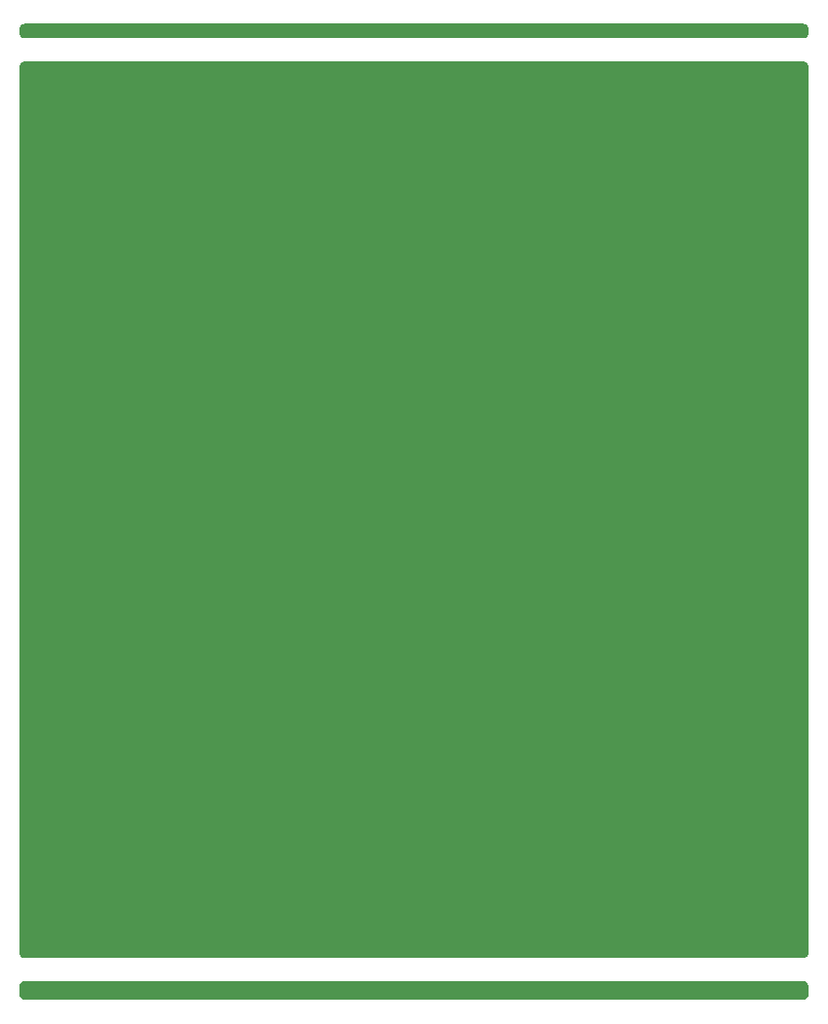
<source format=gbr>
G04 EAGLE Gerber RS-274X export*
G75*
%MOMM*%
%FSLAX34Y34*%
%LPD*%
%INTop Copper*%
%IPPOS*%
%AMOC8*
5,1,8,0,0,1.08239X$1,22.5*%
G01*

G36*
X1072133Y192267D02*
X1072133Y192267D01*
X1072386Y192281D01*
X1072414Y192287D01*
X1072444Y192289D01*
X1072692Y192342D01*
X1072940Y192392D01*
X1072968Y192402D01*
X1072996Y192408D01*
X1073233Y192495D01*
X1073473Y192580D01*
X1073499Y192593D01*
X1073527Y192604D01*
X1073749Y192723D01*
X1073974Y192841D01*
X1073998Y192858D01*
X1074024Y192872D01*
X1074227Y193022D01*
X1074434Y193170D01*
X1074455Y193191D01*
X1074479Y193208D01*
X1074659Y193386D01*
X1074842Y193561D01*
X1074860Y193584D01*
X1074881Y193605D01*
X1075035Y193807D01*
X1075191Y194006D01*
X1075206Y194031D01*
X1075224Y194054D01*
X1075348Y194275D01*
X1075475Y194495D01*
X1075486Y194522D01*
X1075500Y194548D01*
X1075591Y194784D01*
X1075686Y195019D01*
X1075693Y195048D01*
X1075703Y195075D01*
X1075760Y195322D01*
X1075821Y195568D01*
X1075823Y195594D01*
X1075831Y195626D01*
X1075879Y196189D01*
X1075877Y196222D01*
X1075879Y196248D01*
X1075879Y967918D01*
X1075861Y968171D01*
X1075847Y968424D01*
X1075841Y968452D01*
X1075839Y968482D01*
X1075786Y968730D01*
X1075736Y968978D01*
X1075726Y969006D01*
X1075720Y969034D01*
X1075633Y969271D01*
X1075548Y969511D01*
X1075535Y969537D01*
X1075524Y969565D01*
X1075405Y969787D01*
X1075287Y970012D01*
X1075270Y970036D01*
X1075256Y970062D01*
X1075106Y970265D01*
X1074958Y970472D01*
X1074937Y970493D01*
X1074920Y970517D01*
X1074742Y970697D01*
X1074567Y970880D01*
X1074544Y970898D01*
X1074523Y970919D01*
X1074321Y971073D01*
X1074122Y971229D01*
X1074097Y971244D01*
X1074074Y971262D01*
X1073853Y971386D01*
X1073633Y971513D01*
X1073606Y971524D01*
X1073580Y971538D01*
X1073344Y971629D01*
X1073109Y971724D01*
X1073080Y971731D01*
X1073053Y971741D01*
X1072806Y971798D01*
X1072560Y971859D01*
X1072534Y971861D01*
X1072502Y971869D01*
X1071939Y971917D01*
X1071906Y971915D01*
X1071880Y971917D01*
X393700Y971917D01*
X393447Y971899D01*
X393194Y971885D01*
X393166Y971879D01*
X393136Y971877D01*
X392888Y971824D01*
X392640Y971774D01*
X392612Y971764D01*
X392584Y971758D01*
X392347Y971671D01*
X392107Y971586D01*
X392081Y971573D01*
X392053Y971562D01*
X391831Y971443D01*
X391606Y971325D01*
X391582Y971308D01*
X391556Y971294D01*
X391353Y971144D01*
X391146Y970996D01*
X391125Y970975D01*
X391101Y970958D01*
X390921Y970780D01*
X390738Y970605D01*
X390720Y970582D01*
X390699Y970561D01*
X390545Y970359D01*
X390389Y970160D01*
X390374Y970135D01*
X390356Y970112D01*
X390232Y969891D01*
X390105Y969671D01*
X390094Y969644D01*
X390080Y969618D01*
X389989Y969382D01*
X389894Y969147D01*
X389887Y969118D01*
X389877Y969091D01*
X389820Y968844D01*
X389759Y968598D01*
X389757Y968572D01*
X389749Y968540D01*
X389701Y967977D01*
X389703Y967947D01*
X389701Y967927D01*
X389701Y967925D01*
X389701Y967918D01*
X389701Y196248D01*
X389719Y195995D01*
X389733Y195742D01*
X389739Y195714D01*
X389741Y195684D01*
X389794Y195436D01*
X389844Y195188D01*
X389854Y195160D01*
X389860Y195132D01*
X389947Y194895D01*
X390032Y194655D01*
X390045Y194629D01*
X390056Y194601D01*
X390175Y194379D01*
X390293Y194154D01*
X390310Y194130D01*
X390324Y194104D01*
X390474Y193901D01*
X390622Y193694D01*
X390643Y193673D01*
X390660Y193649D01*
X390838Y193469D01*
X391013Y193286D01*
X391036Y193268D01*
X391057Y193247D01*
X391259Y193093D01*
X391458Y192937D01*
X391483Y192922D01*
X391506Y192904D01*
X391727Y192780D01*
X391947Y192653D01*
X391974Y192642D01*
X392000Y192628D01*
X392236Y192537D01*
X392471Y192442D01*
X392500Y192435D01*
X392527Y192425D01*
X392774Y192368D01*
X393020Y192307D01*
X393046Y192305D01*
X393078Y192297D01*
X393641Y192249D01*
X393674Y192251D01*
X393700Y192249D01*
X1071880Y192249D01*
X1072133Y192267D01*
G37*
G36*
X1072133Y156039D02*
X1072133Y156039D01*
X1072386Y156053D01*
X1072414Y156059D01*
X1072444Y156061D01*
X1072692Y156114D01*
X1072940Y156164D01*
X1072968Y156174D01*
X1072996Y156180D01*
X1073233Y156267D01*
X1073473Y156352D01*
X1073499Y156365D01*
X1073527Y156376D01*
X1073749Y156495D01*
X1073974Y156613D01*
X1073998Y156630D01*
X1074024Y156644D01*
X1074227Y156794D01*
X1074434Y156942D01*
X1074455Y156963D01*
X1074479Y156980D01*
X1074659Y157158D01*
X1074842Y157333D01*
X1074860Y157356D01*
X1074881Y157377D01*
X1075035Y157579D01*
X1075191Y157778D01*
X1075206Y157803D01*
X1075224Y157826D01*
X1075348Y158047D01*
X1075475Y158267D01*
X1075486Y158294D01*
X1075500Y158320D01*
X1075591Y158556D01*
X1075686Y158791D01*
X1075693Y158820D01*
X1075703Y158847D01*
X1075760Y159094D01*
X1075821Y159340D01*
X1075823Y159366D01*
X1075831Y159398D01*
X1075879Y159961D01*
X1075877Y159994D01*
X1075879Y160020D01*
X1075879Y167918D01*
X1075861Y168171D01*
X1075847Y168424D01*
X1075841Y168452D01*
X1075839Y168482D01*
X1075786Y168730D01*
X1075736Y168978D01*
X1075726Y169006D01*
X1075720Y169034D01*
X1075633Y169271D01*
X1075548Y169511D01*
X1075535Y169537D01*
X1075524Y169565D01*
X1075405Y169787D01*
X1075287Y170012D01*
X1075270Y170036D01*
X1075256Y170062D01*
X1075106Y170265D01*
X1074958Y170472D01*
X1074937Y170493D01*
X1074920Y170517D01*
X1074742Y170697D01*
X1074567Y170880D01*
X1074544Y170898D01*
X1074523Y170919D01*
X1074321Y171073D01*
X1074122Y171229D01*
X1074097Y171244D01*
X1074074Y171262D01*
X1073853Y171386D01*
X1073633Y171513D01*
X1073606Y171524D01*
X1073580Y171538D01*
X1073344Y171629D01*
X1073109Y171724D01*
X1073080Y171731D01*
X1073053Y171741D01*
X1072806Y171798D01*
X1072560Y171859D01*
X1072534Y171861D01*
X1072502Y171869D01*
X1071939Y171917D01*
X1071906Y171915D01*
X1071880Y171917D01*
X393700Y171917D01*
X393447Y171899D01*
X393194Y171885D01*
X393166Y171879D01*
X393136Y171877D01*
X392888Y171824D01*
X392640Y171774D01*
X392612Y171764D01*
X392584Y171758D01*
X392347Y171671D01*
X392107Y171586D01*
X392081Y171573D01*
X392053Y171562D01*
X391831Y171443D01*
X391606Y171325D01*
X391582Y171308D01*
X391556Y171294D01*
X391353Y171144D01*
X391146Y170996D01*
X391125Y170975D01*
X391101Y170958D01*
X390921Y170780D01*
X390738Y170605D01*
X390720Y170582D01*
X390699Y170561D01*
X390545Y170359D01*
X390389Y170160D01*
X390374Y170135D01*
X390356Y170112D01*
X390232Y169891D01*
X390105Y169671D01*
X390094Y169644D01*
X390080Y169618D01*
X389989Y169382D01*
X389894Y169147D01*
X389887Y169118D01*
X389877Y169091D01*
X389820Y168844D01*
X389759Y168598D01*
X389757Y168572D01*
X389749Y168540D01*
X389701Y167977D01*
X389703Y167944D01*
X389701Y167918D01*
X389701Y160020D01*
X389719Y159767D01*
X389733Y159514D01*
X389739Y159486D01*
X389741Y159456D01*
X389794Y159208D01*
X389844Y158960D01*
X389854Y158932D01*
X389860Y158904D01*
X389947Y158667D01*
X390032Y158427D01*
X390045Y158401D01*
X390056Y158373D01*
X390175Y158151D01*
X390293Y157926D01*
X390310Y157902D01*
X390324Y157876D01*
X390474Y157673D01*
X390622Y157466D01*
X390643Y157445D01*
X390660Y157421D01*
X390838Y157241D01*
X391013Y157058D01*
X391036Y157040D01*
X391057Y157019D01*
X391259Y156865D01*
X391458Y156709D01*
X391483Y156694D01*
X391506Y156676D01*
X391727Y156552D01*
X391947Y156425D01*
X391974Y156414D01*
X392000Y156400D01*
X392236Y156309D01*
X392471Y156214D01*
X392500Y156207D01*
X392527Y156197D01*
X392774Y156140D01*
X393020Y156079D01*
X393046Y156077D01*
X393078Y156069D01*
X393641Y156021D01*
X393674Y156023D01*
X393700Y156021D01*
X1071880Y156021D01*
X1072133Y156039D01*
G37*
G36*
X1072133Y992267D02*
X1072133Y992267D01*
X1072386Y992281D01*
X1072414Y992287D01*
X1072444Y992289D01*
X1072692Y992342D01*
X1072940Y992392D01*
X1072968Y992402D01*
X1072996Y992408D01*
X1073233Y992495D01*
X1073473Y992580D01*
X1073499Y992593D01*
X1073527Y992604D01*
X1073749Y992723D01*
X1073974Y992841D01*
X1073998Y992858D01*
X1074024Y992872D01*
X1074227Y993022D01*
X1074434Y993170D01*
X1074455Y993191D01*
X1074479Y993208D01*
X1074659Y993386D01*
X1074842Y993561D01*
X1074860Y993584D01*
X1074881Y993605D01*
X1075035Y993807D01*
X1075191Y994006D01*
X1075206Y994031D01*
X1075224Y994054D01*
X1075348Y994275D01*
X1075475Y994495D01*
X1075486Y994522D01*
X1075500Y994548D01*
X1075591Y994784D01*
X1075686Y995019D01*
X1075693Y995048D01*
X1075703Y995075D01*
X1075760Y995322D01*
X1075821Y995568D01*
X1075823Y995594D01*
X1075831Y995626D01*
X1075879Y996189D01*
X1075877Y996222D01*
X1075879Y996248D01*
X1075879Y1000760D01*
X1075861Y1001013D01*
X1075847Y1001266D01*
X1075841Y1001294D01*
X1075839Y1001324D01*
X1075786Y1001572D01*
X1075736Y1001820D01*
X1075726Y1001848D01*
X1075720Y1001876D01*
X1075633Y1002113D01*
X1075548Y1002353D01*
X1075535Y1002379D01*
X1075524Y1002407D01*
X1075405Y1002629D01*
X1075287Y1002854D01*
X1075270Y1002878D01*
X1075256Y1002904D01*
X1075106Y1003107D01*
X1074958Y1003314D01*
X1074937Y1003335D01*
X1074920Y1003359D01*
X1074742Y1003539D01*
X1074567Y1003722D01*
X1074544Y1003740D01*
X1074523Y1003761D01*
X1074321Y1003915D01*
X1074122Y1004071D01*
X1074097Y1004086D01*
X1074074Y1004104D01*
X1073853Y1004228D01*
X1073633Y1004355D01*
X1073606Y1004366D01*
X1073580Y1004380D01*
X1073344Y1004471D01*
X1073109Y1004566D01*
X1073080Y1004573D01*
X1073053Y1004583D01*
X1072806Y1004640D01*
X1072560Y1004701D01*
X1072534Y1004703D01*
X1072502Y1004711D01*
X1071939Y1004759D01*
X1071906Y1004757D01*
X1071880Y1004759D01*
X393700Y1004759D01*
X393447Y1004741D01*
X393194Y1004727D01*
X393166Y1004721D01*
X393136Y1004719D01*
X392888Y1004666D01*
X392640Y1004616D01*
X392612Y1004606D01*
X392584Y1004600D01*
X392347Y1004513D01*
X392107Y1004428D01*
X392081Y1004415D01*
X392053Y1004404D01*
X391831Y1004285D01*
X391606Y1004167D01*
X391582Y1004150D01*
X391556Y1004136D01*
X391353Y1003986D01*
X391146Y1003838D01*
X391125Y1003817D01*
X391101Y1003800D01*
X390921Y1003622D01*
X390738Y1003447D01*
X390720Y1003424D01*
X390699Y1003403D01*
X390545Y1003201D01*
X390389Y1003002D01*
X390374Y1002977D01*
X390356Y1002954D01*
X390232Y1002733D01*
X390105Y1002513D01*
X390094Y1002486D01*
X390080Y1002460D01*
X389989Y1002224D01*
X389894Y1001989D01*
X389887Y1001960D01*
X389877Y1001933D01*
X389820Y1001686D01*
X389759Y1001440D01*
X389757Y1001414D01*
X389749Y1001382D01*
X389701Y1000819D01*
X389703Y1000786D01*
X389701Y1000760D01*
X389701Y996248D01*
X389719Y995995D01*
X389733Y995742D01*
X389739Y995714D01*
X389741Y995684D01*
X389794Y995436D01*
X389844Y995188D01*
X389854Y995160D01*
X389860Y995132D01*
X389947Y994895D01*
X390032Y994655D01*
X390045Y994629D01*
X390056Y994601D01*
X390175Y994379D01*
X390293Y994154D01*
X390310Y994130D01*
X390324Y994104D01*
X390474Y993901D01*
X390622Y993694D01*
X390643Y993673D01*
X390660Y993649D01*
X390838Y993469D01*
X391013Y993286D01*
X391036Y993268D01*
X391057Y993247D01*
X391259Y993093D01*
X391458Y992937D01*
X391483Y992922D01*
X391506Y992904D01*
X391727Y992780D01*
X391947Y992653D01*
X391974Y992642D01*
X392000Y992628D01*
X392236Y992537D01*
X392471Y992442D01*
X392500Y992435D01*
X392527Y992425D01*
X392774Y992368D01*
X393020Y992307D01*
X393046Y992305D01*
X393078Y992297D01*
X393641Y992249D01*
X393674Y992251D01*
X393700Y992249D01*
X1071880Y992249D01*
X1072133Y992267D01*
G37*
M02*

</source>
